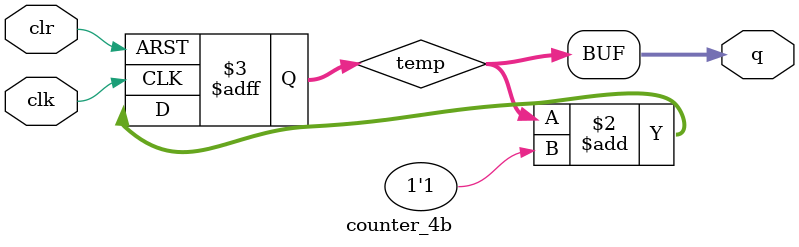
<source format=v>
module counter_4b(clk,clr,q);
input clk,clr;
output signed [3:0] q;
reg    signed [3:0] temp;

always @(posedge clk or posedge clr )
    begin
        if(clr)
            temp <= 4'b0000;
        else 
            temp <= temp + 1'b1;       
    end
        assign q = temp;
endmodule

</source>
